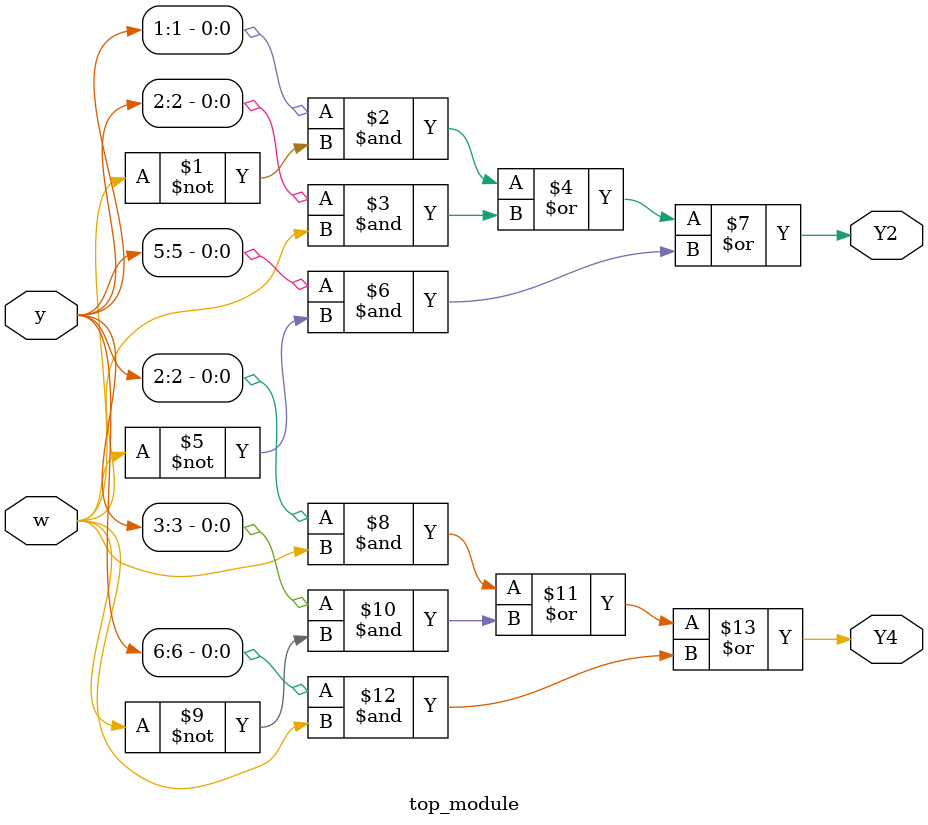
<source format=sv>
module top_module (
    input [6:1] y,
    input w,
    output Y2,
    output Y4
);

// Next-state logic for y[2]
assign Y2 = (y[1] & ~w) | (y[2] & w) | (y[5] & ~w);

// Next-state logic for y[4]
assign Y4 = (y[2] & w) | (y[3] & ~w) | (y[6] & w);

endmodule

</source>
